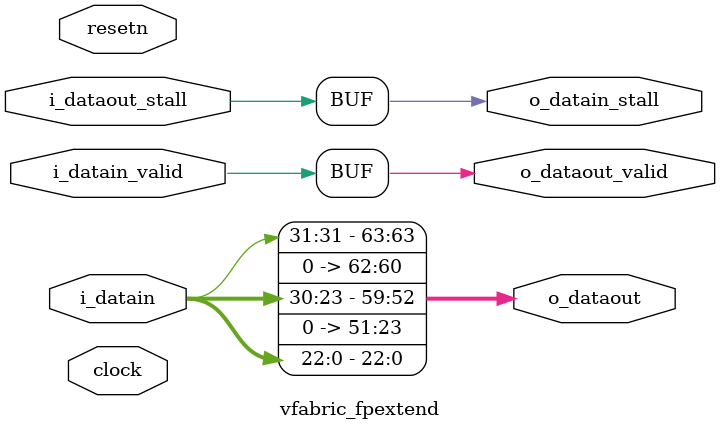
<source format=v>
    


module vfabric_fpextend(clock, resetn, 
    i_datain, i_datain_valid, o_datain_stall, 
    o_dataout, i_dataout_stall, o_dataout_valid);

parameter DATAIN_WIDTH = 32;
parameter DATAOUT_WIDTH = 64;

  input clock, resetn;
  input [DATAIN_WIDTH-1:0] i_datain;
  input i_datain_valid;
  output o_datain_stall;
  output [DATAOUT_WIDTH-1:0] o_dataout;
  input i_dataout_stall;
  output o_dataout_valid;
  
  assign o_dataout = {i_datain[DATAIN_WIDTH-1], 3'b0, i_datain[30:23], 29'b0, i_datain[22:0]};
  assign o_datain_stall = i_dataout_stall;
  assign o_dataout_valid = i_datain_valid;
 
endmodule

</source>
